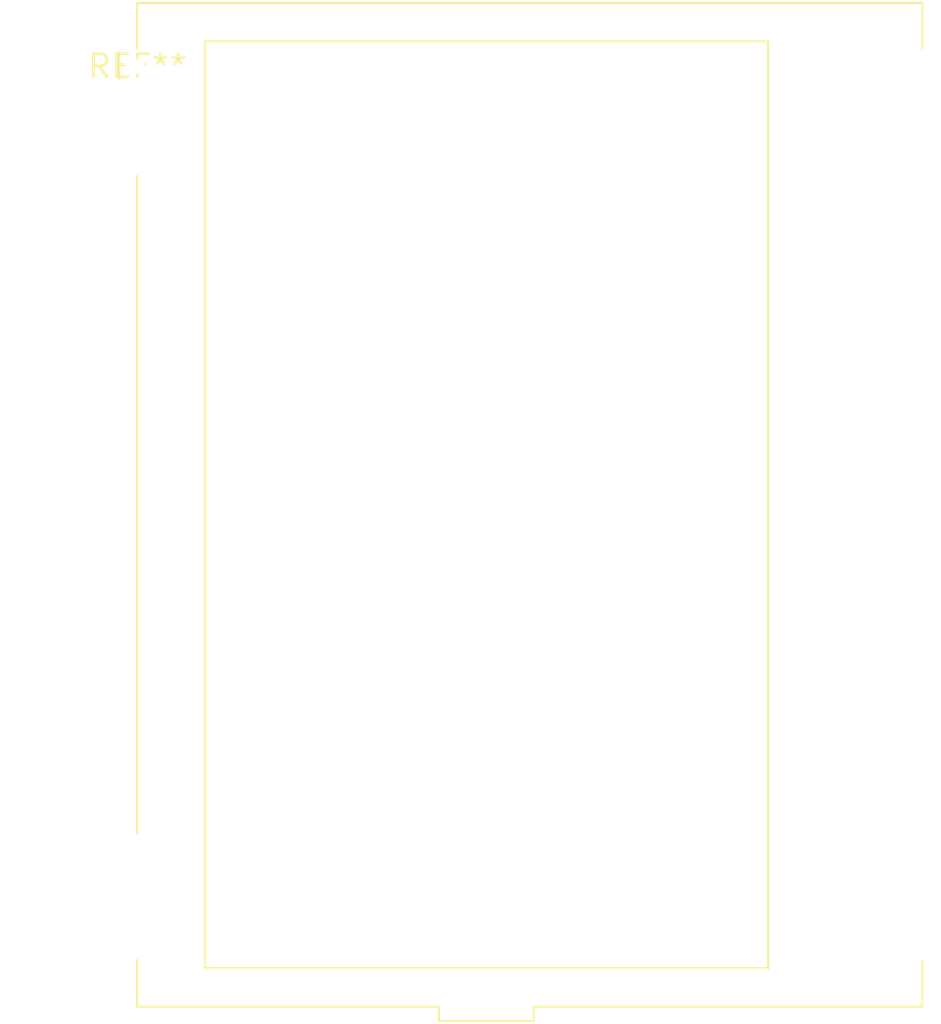
<source format=kicad_pcb>
(kicad_pcb (version 20240108) (generator pcbnew)
  (layers (0 "F.Cu" signal) (31 "B.Cu" signal) (34 "B.Paste" user) (35 "F.Paste" user) (36 "B.SilkS" user "B.Silkscreen") (37 "F.SilkS" user "F.Silkscreen") (38 "B.Mask" user) (39 "F.Mask" user) (44 "Edge.Cuts" user))
  (net 0 "")
  (footprint "EA_DOGM128-6" (layer "F.Cu") (at 0 0)
    (property "Reference" "REF**")
    (property "Value" "EA_DOGM128-6")
    (fp_line (start -1.01 -0.77) (end -1.01 0.73) (layer "F.SilkS") (stroke (width 0.12)))
    (fp_line (start -0.02 -3.48) (end 43.2 -3.48) (layer "F.SilkS") (stroke (width 0.12)))
    (fp_line (start -0.02 -0.97) (end -0.02 -3.48) (layer "F.SilkS") (stroke (width 0.12)))
    (fp_line (start -0.02 6.05) (end -0.02 42.21) (layer "F.SilkS") (stroke (width 0.12)))
    (fp_line (start -0.02 51.74) (end -0.02 49.19) (layer "F.SilkS") (stroke (width 0.12)))
    (fp_line (start 3.7 -1.37) (end 3.7 49.63) (layer "F.SilkS") (stroke (width 0.12)))
    (fp_line (start 3.7 49.63) (end 34.7 49.63) (layer "F.SilkS") (stroke (width 0.12)))
    (fp_line (start 16.59 51.74) (end -0.02 51.74) (layer "F.SilkS") (stroke (width 0.12)))
    (fp_line (start 16.59 52.54) (end 16.59 51.74) (layer "F.SilkS") (stroke (width 0.12)))
    (fp_line (start 21.81 51.74) (end 21.81 52.54) (layer "F.SilkS") (stroke (width 0.12)))
    (fp_line (start 21.81 52.54) (end 16.59 52.54) (layer "F.SilkS") (stroke (width 0.12)))
    (fp_line (start 34.7 -1.37) (end 3.7 -1.37) (layer "F.SilkS") (stroke (width 0.12)))
    (fp_line (start 34.7 49.63) (end 34.7 -1.37) (layer "F.SilkS") (stroke (width 0.12)))
    (fp_line (start 43.2 -3.48) (end 43.2 -0.98) (layer "F.SilkS") (stroke (width 0.12)))
    (fp_line (start 43.2 49.23) (end 43.2 51.74) (layer "F.SilkS") (stroke (width 0.12)))
    (fp_line (start 43.2 51.74) (end 21.81 51.74) (layer "F.SilkS") (stroke (width 0.12)))
    (pad "1" thru_hole rect (at 0 0 270) (size 1.524 1.524) (drill 0.762) (layers *.Cu *.Mask) (remove_unused_layers))
    (pad "2" thru_hole circle (at 0 2.54 270) (size 1.524 1.524) (drill 0.762) (layers *.Cu *.Mask) (remove_unused_layers))
    (pad "3" thru_hole circle (at 0 5.08 270) (size 1.524 1.524) (drill 0.762) (layers *.Cu *.Mask) (remove_unused_layers))
    (pad "18" thru_hole circle (at 0 43.18 270) (size 1.524 1.524) (drill 0.762) (layers *.Cu *.Mask) (remove_unused_layers))
    (pad "19" thru_hole circle (at 0 45.72 270) (size 1.524 1.524) (drill 0.762) (layers *.Cu *.Mask) (remove_unused_layers))
    (pad "20" thru_hole circle (at 0 48.26 270) (size 1.524 1.524) (drill 0.762) (layers *.Cu *.Mask) (remove_unused_layers))
    (pad "21" thru_hole circle (at 43.18 48.26 270) (size 1.524 1.524) (drill 0.762) (layers *.Cu *.Mask) (remove_unused_layers))
    (pad "22" thru_hole circle (at 43.18 45.72 270) (size 1.524 1.524) (drill 0.762) (layers *.Cu *.Mask) (remove_unused_layers))
    (pad "23" thru_hole circle (at 43.18 43.18 270) (size 1.524 1.524) (drill 0.762) (layers *.Cu *.Mask) (remove_unused_layers))
    (pad "24" thru_hole circle (at 43.18 40.64 270) (size 1.524 1.524) (drill 0.762) (layers *.Cu *.Mask) (remove_unused_layers))
    (pad "25" thru_hole circle (at 43.18 38.1 270) (size 1.524 1.524) (drill 0.762) (layers *.Cu *.Mask) (remove_unused_layers))
    (pad "26" thru_hole circle (at 43.18 35.56 270) (size 1.524 1.524) (drill 0.762) (layers *.Cu *.Mask) (remove_unused_layers))
    (pad "27" thru_hole circle (at 43.18 33.02 270) (size 1.524 1.524) (drill 0.762) (layers *.Cu *.Mask) (remove_unused_layers))
    (pad "28" thru_hole circle (at 43.18 30.48 270) (size 1.524 1.524) (drill 0.762) (layers *.Cu *.Mask) (remove_unused_layers))
    (pad "29" thru_hole circle (at 43.18 27.94 270) (size 1.524 1.524) (drill 0.762) (layers *.Cu *.Mask) (remove_unused_layers))
    (pad "30" thru_hole circle (at 43.18 25.4 270) (size 1.524 1.524) (drill 0.762) (layers *.Cu *.Mask) (remove_unused_layers))
    (pad "31" thru_hole circle (at 43.18 22.86 270) (size 1.524 1.524) (drill 0.762) (layers *.Cu *.Mask) (remove_unused_layers))
    (pad "32" thru_hole circle (at 43.18 20.32 270) (size 1.524 1.524) (drill 0.762) (layers *.Cu *.Mask) (remove_unused_layers))
    (pad "33" thru_hole circle (at 43.18 17.78 270) (size 1.524 1.524) (drill 0.762) (layers *.Cu *.Mask) (remove_unused_layers))
    (pad "34" thru_hole circle (at 43.18 15.24 270) (size 1.524 1.524) (drill 0.762) (layers *.Cu *.Mask) (remove_unused_layers))
    (pad "35" thru_hole circle (at 43.18 12.7 270) (size 1.524 1.524) (drill 0.762) (layers *.Cu *.Mask) (remove_unused_layers))
    (pad "36" thru_hole circle (at 43.18 10.16 270) (size 1.524 1.524) (drill 0.762) (layers *.Cu *.Mask) (remove_unused_layers))
    (pad "37" thru_hole circle (at 43.18 7.62 270) (size 1.524 1.524) (drill 0.762) (layers *.Cu *.Mask) (remove_unused_layers))
    (pad "38" thru_hole circle (at 43.18 5.08 270) (size 1.524 1.524) (drill 0.762) (layers *.Cu *.Mask) (remove_unused_layers))
    (pad "39" thru_hole circle (at 43.18 2.54 270) (size 1.524 1.524) (drill 0.762) (layers *.Cu *.Mask) (remove_unused_layers))
    (pad "40" thru_hole circle (at 43.18 0 270) (size 1.524 1.524) (drill 0.762) (layers *.Cu *.Mask) (remove_unused_layers))
  )
)
</source>
